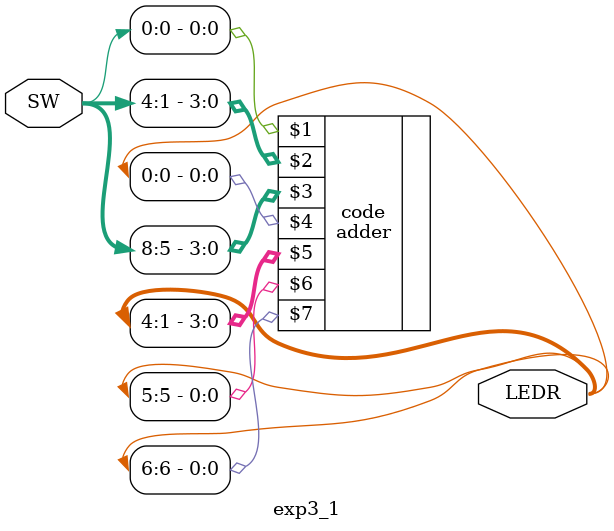
<source format=v>


module exp3_1(

	//////////// SW //////////
	input 		     [8:0]		SW,

	//////////// LED //////////
	output		     [6:0]		LEDR
);



//=======================================================
//  REG/WIRE declarations
//=======================================================


adder code(SW[0],SW[4:1],SW[8:5],LEDR[0],LEDR[4:1],LEDR[5],LEDR[6]);

//=======================================================
//  Structural coding
//=======================================================



endmodule

</source>
